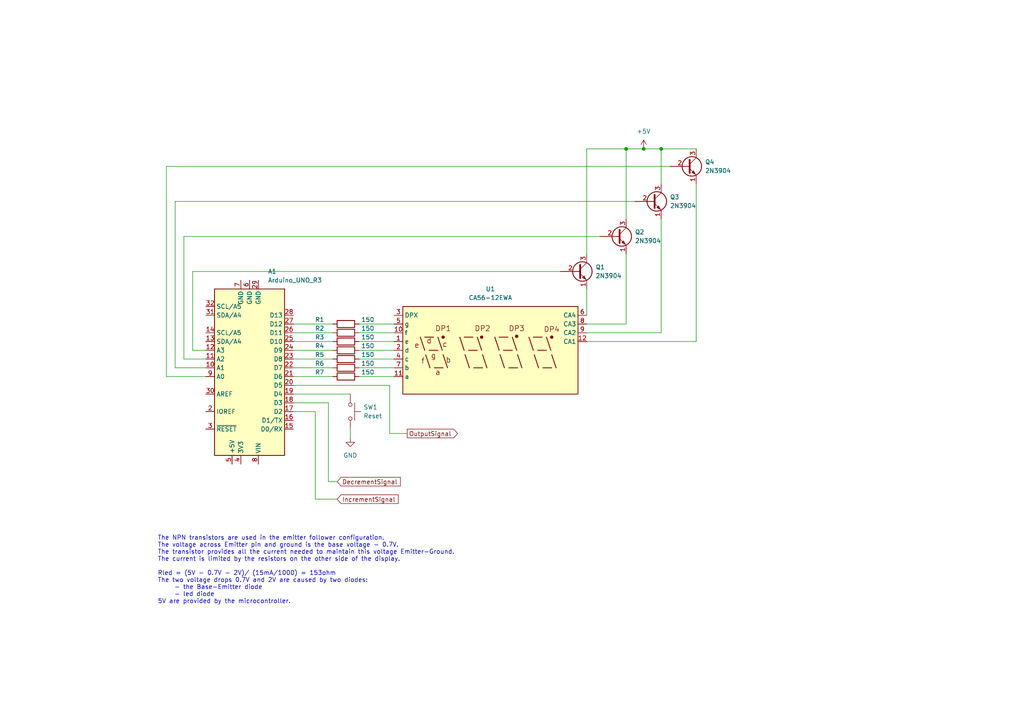
<source format=kicad_sch>
(kicad_sch (version 20211123) (generator eeschema)
  (paper "A4")
  (title_block (title "ValiDisplay2") (date "2022-09-29") (rev "1") (company "Aeindus"))
  (lib_symbols
    (symbol "Device:R" (pin_numbers hide) (pin_names (offset 0))
      (property "Reference" "R" (at 2.032 0 90))
      (property "Value" "R" (at 0 0 90))
      (symbol "R_0_1"
        (rectangle (start -1.016 -2.54) (end 1.016 2.54) (stroke (width 0.254)))
      )
      (symbol "R_1_1"
        (pin passive line (at 0 3.81 270) (length 1.27) (name "~") (number "1"))
        (pin passive line (at 0 -3.81 90) (length 1.27) (name "~") (number "2"))
      )
    )
    (symbol "Display_Character:CA56-12EWA"
      (property "Reference" "U" (at -24.13 13.97 0))
      (property "Value" "CA56-12EWA" (at 19.05 13.97 0))
      (symbol "CA56-12EWA_0_0"
        (rectangle (start -25.4 12.7) (end 25.4 -12.7) (stroke (width 0.254)) (fill (type background)))
        (polyline (pts (xy -20.32 -3.81) (xy -19.05 0)) (stroke (width 0.254)))
        (polyline (pts (xy -19.05 -3.81) (xy -16.51 -3.81)) (stroke (width 0.254)))
        (polyline (pts (xy -18.796 1.27) (xy -17.526 5.08)) (stroke (width 0.254)))
        (polyline (pts (xy -17.78 0) (xy -15.24 0)) (stroke (width 0.254)))
        (polyline (pts (xy -16.256 5.08) (xy -13.716 5.08)) (stroke (width 0.254)))
        (polyline (pts (xy -15.24 -3.81) (xy -13.97 0)) (stroke (width 0.254)))
        (polyline (pts (xy -13.716 1.27) (xy -12.446 5.08)) (stroke (width 0.254)))
        (polyline (pts (xy -8.89 -3.81) (xy -7.62 0)) (stroke (width 0.254)))
        (polyline (pts (xy -7.62 -3.81) (xy -5.08 -3.81)) (stroke (width 0.254)))
        (polyline (pts (xy -7.366 1.27) (xy -6.096 5.08)) (stroke (width 0.254)))
        (polyline (pts (xy -6.35 0) (xy -3.81 0)) (stroke (width 0.254)))
        (polyline (pts (xy -4.826 5.08) (xy -2.286 5.08)) (stroke (width 0.254)))
        (polyline (pts (xy -3.81 -3.81) (xy -2.54 0)) (stroke (width 0.254)))
        (polyline (pts (xy -2.286 1.27) (xy -1.016 5.08)) (stroke (width 0.254)))
        (polyline (pts (xy 1.27 -3.81) (xy 2.54 0)) (stroke (width 0.254)))
        (polyline (pts (xy 2.54 -3.81) (xy 5.08 -3.81)) (stroke (width 0.254)))
        (polyline (pts (xy 2.794 1.27) (xy 4.064 5.08)) (stroke (width 0.254)))
        (polyline (pts (xy 3.81 0) (xy 6.35 0)) (stroke (width 0.254)))
        (polyline (pts (xy 5.334 5.08) (xy 7.874 5.08)) (stroke (width 0.254)))
        (polyline (pts (xy 6.35 -3.81) (xy 7.62 0)) (stroke (width 0.254)))
        (polyline (pts (xy 7.874 1.27) (xy 9.144 5.08)) (stroke (width 0.254)))
        (polyline (pts (xy 11.176 -3.81) (xy 12.446 0)) (stroke (width 0.254)))
        (polyline (pts (xy 12.446 -3.81) (xy 14.986 -3.81)) (stroke (width 0.254)))
        (polyline (pts (xy 12.7 1.27) (xy 13.97 5.08)) (stroke (width 0.254)))
        (polyline (pts (xy 13.716 0) (xy 16.256 0)) (stroke (width 0.254)))
        (polyline (pts (xy 15.24 5.08) (xy 17.78 5.08)) (stroke (width 0.254)))
        (polyline (pts (xy 16.256 -3.81) (xy 17.526 0)) (stroke (width 0.254)))
        (polyline (pts (xy 17.78 1.27) (xy 19.05 5.08)) (stroke (width 0.254)))
        (text "a" (at -15.24 6.35 0) (effects (font (size 1.524 1.524))))
        (text "b" (at -12.192 2.794 0) (effects (font (size 1.524 1.524))))
        (text "c" (at -13.208 -1.778 0) (effects (font (size 1.524 1.524))))
        (text "d" (at -17.78 -2.794 0) (effects (font (size 1.524 1.524))))
        (text "DP1" (at -13.716 -6.35 0) (effects (font (size 1.524 1.524))))
        (text "DP2" (at -2.286 -6.35 0) (effects (font (size 1.524 1.524))))
        (text "DP3" (at 7.62 -6.35 0) (effects (font (size 1.524 1.524))))
        (text "DP4" (at 17.78 -6.096 0) (effects (font (size 1.524 1.524))))
        (text "e" (at -21.336 -1.524 0) (effects (font (size 1.524 1.524))))
        (text "f" (at -19.558 3.048 0) (effects (font (size 1.524 1.524))))
        (text "g" (at -16.51 1.524 0) (effects (font (size 1.524 1.524))))
      )
      (symbol "CA56-12EWA_0_1"
        (circle (center -13.716 -3.81) (radius 0.3556) (stroke (width 0.254)) (fill (type outline)))
        (circle (center -2.54 -3.81) (radius 0.3556) (stroke (width 0.254)) (fill (type outline)))
      )
      (symbol "CA56-12EWA_1_0"
        (circle (center 7.62 -4.064) (radius 0.3556) (stroke (width 0.254)) (fill (type outline)))
        (circle (center 17.78 -3.81) (radius 0.3556) (stroke (width 0.254)) (fill (type outline)))
      )
      (symbol "CA56-12EWA_1_1"
        (pin input line (at -27.94 -2.54 0) (length 2.54) (name "e") (number "1"))
        (pin input line (at -27.94 -5.08 0) (length 2.54) (name "f") (number "10"))
        (pin input line (at -27.94 7.62 0) (length 2.54) (name "a") (number "11"))
        (pin input line (at 27.94 -2.54 180) (length 2.54) (name "CA1") (number "12"))
        (pin input line (at -27.94 0 0) (length 2.54) (name "d") (number "2"))
        (pin input line (at -27.94 -10.16 0) (length 2.54) (name "DPX") (number "3"))
        (pin input line (at -27.94 2.54 0) (length 2.54) (name "c") (number "4"))
        (pin input line (at -27.94 -7.62 0) (length 2.54) (name "g") (number "5"))
        (pin input line (at 27.94 -10.16 180) (length 2.54) (name "CA4") (number "6"))
        (pin input line (at -27.94 5.08 0) (length 2.54) (name "b") (number "7"))
        (pin input line (at 27.94 -7.62 180) (length 2.54) (name "CA3") (number "8"))
        (pin input line (at 27.94 -5.08 180) (length 2.54) (name "CA2") (number "9"))
      )
    )
    (symbol "MCU_Module:Arduino_UNO_R3"
      (property "Reference" "A" (at -10.16 23.495 0))
      (property "Value" "Arduino_UNO_R3" (at 5.08 -26.67 0))
      (symbol "Arduino_UNO_R3_0_1"
        (rectangle (start -10.16 22.86) (end 10.16 -25.4) (stroke (width 0.254)) (fill (type background)))
      )
      (symbol "Arduino_UNO_R3_1_1"
        (pin no_connect line (at -10.16 -20.32 0) (length 2.54) hide (name "NC") (number "1"))
        (pin bidirectional line (at 12.7 -2.54 180) (length 2.54) (name "A1") (number "10"))
        (pin bidirectional line (at 12.7 -5.08 180) (length 2.54) (name "A2") (number "11"))
        (pin bidirectional line (at 12.7 -7.62 180) (length 2.54) (name "A3") (number "12"))
        (pin bidirectional line (at 12.7 -10.16 180) (length 2.54) (name "SDA/A4") (number "13"))
        (pin bidirectional line (at 12.7 -12.7 180) (length 2.54) (name "SCL/A5") (number "14"))
        (pin bidirectional line (at -12.7 15.24 0) (length 2.54) (name "D0/RX") (number "15"))
        (pin bidirectional line (at -12.7 12.7 0) (length 2.54) (name "D1/TX") (number "16"))
        (pin bidirectional line (at -12.7 10.16 0) (length 2.54) (name "D2") (number "17"))
        (pin bidirectional line (at -12.7 7.62 0) (length 2.54) (name "D3") (number "18"))
        (pin bidirectional line (at -12.7 5.08 0) (length 2.54) (name "D4") (number "19"))
        (pin output line (at 12.7 10.16 180) (length 2.54) (name "IOREF") (number "2"))
        (pin bidirectional line (at -12.7 2.54 0) (length 2.54) (name "D5") (number "20"))
        (pin bidirectional line (at -12.7 0 0) (length 2.54) (name "D6") (number "21"))
        (pin bidirectional line (at -12.7 -2.54 0) (length 2.54) (name "D7") (number "22"))
        (pin bidirectional line (at -12.7 -5.08 0) (length 2.54) (name "D8") (number "23"))
        (pin bidirectional line (at -12.7 -7.62 0) (length 2.54) (name "D9") (number "24"))
        (pin bidirectional line (at -12.7 -10.16 0) (length 2.54) (name "D10") (number "25"))
        (pin bidirectional line (at -12.7 -12.7 0) (length 2.54) (name "D11") (number "26"))
        (pin bidirectional line (at -12.7 -15.24 0) (length 2.54) (name "D12") (number "27"))
        (pin bidirectional line (at -12.7 -17.78 0) (length 2.54) (name "D13") (number "28"))
        (pin power_in line (at -2.54 -27.94 90) (length 2.54) (name "GND") (number "29"))
        (pin input line (at 12.7 15.24 180) (length 2.54) (name "~{RESET}") (number "3"))
        (pin input line (at 12.7 5.08 180) (length 2.54) (name "AREF") (number "30"))
        (pin bidirectional line (at 12.7 -17.78 180) (length 2.54) (name "SDA/A4") (number "31"))
        (pin bidirectional line (at 12.7 -20.32 180) (length 2.54) (name "SCL/A5") (number "32"))
        (pin power_out line (at 2.54 25.4 270) (length 2.54) (name "3V3") (number "4"))
        (pin power_out line (at 5.08 25.4 270) (length 2.54) (name "+5V") (number "5"))
        (pin power_in line (at 0 -27.94 90) (length 2.54) (name "GND") (number "6"))
        (pin power_in line (at 2.54 -27.94 90) (length 2.54) (name "GND") (number "7"))
        (pin power_in line (at -2.54 25.4 270) (length 2.54) (name "VIN") (number "8"))
        (pin bidirectional line (at 12.7 0 180) (length 2.54) (name "A0") (number "9"))
      )
    )
    (symbol "Switch:SW_Push" (pin_numbers hide) (pin_names (offset 1.016) hide)
      (property "Reference" "SW" (at 1.27 2.54 0))
      (property "Value" "SW_Push" (at 0 -1.524 0))
      (symbol "SW_Push_0_1"
        (circle (center -2.032 0) (radius 0.508))
        (polyline (pts (xy 0 1.27) (xy 0 3.048)))
        (polyline (pts (xy 2.54 1.27) (xy -2.54 1.27)))
        (circle (center 2.032 0) (radius 0.508))
        (pin passive line (at -5.08 0 0) (length 2.54) (name "1") (number "1"))
        (pin passive line (at 5.08 0 180) (length 2.54) (name "2") (number "2"))
      )
    )
    (symbol "Transistor_BJT:2N3904" (pin_names (offset 0) hide)
      (property "Reference" "Q" (at 5.08 1.905 0))
      (property "Value" "2N3904" (at 5.08 0 0))
      (symbol "2N3904_0_1"
        (polyline (pts (xy 0.635 0.635) (xy 2.54 2.54)))
        (polyline (pts (xy 0.635 -0.635) (xy 2.54 -2.54) (xy 2.54 -2.54)))
        (polyline (pts (xy 0.635 1.905) (xy 0.635 -1.905) (xy 0.635 -1.905)) (stroke (width 0.508)))
        (polyline (pts (xy 1.27 -1.778) (xy 1.778 -1.27) (xy 2.286 -2.286) (xy 1.27 -1.778) (xy 1.27 -1.778)) (fill (type outline)))
        (circle (center 1.27 0) (radius 2.8194) (stroke (width 0.254)))
      )
      (symbol "2N3904_1_1"
        (pin passive line (at 2.54 -5.08 90) (length 2.54) (name "E") (number "1"))
        (pin passive line (at -5.08 0 0) (length 5.715) (name "B") (number "2"))
        (pin passive line (at 2.54 5.08 270) (length 2.54) (name "C") (number "3"))
      )
    )
    (symbol "power:+5V" (power) (pin_names (offset 0))
      (property "Value" "+5V" (at 0 3.556 0))
      (symbol "+5V_0_1"
        (polyline (pts (xy -0.762 1.27) (xy 0 2.54)))
        (polyline (pts (xy 0 0) (xy 0 2.54)))
        (polyline (pts (xy 0 2.54) (xy 0.762 1.27)))
      )
      (symbol "+5V_1_1"
        (pin power_in line (at 0 0 90) (length 0) hide (name "+5V") (number "1"))
      )
    )
    (symbol "power:GND" (power) (pin_names (offset 0))
      (property "Value" "GND" (at 0 -3.81 0))
      (symbol "GND_0_1"
        (polyline (pts (xy 0 0) (xy 0 -1.27) (xy 1.27 -1.27) (xy 0 -2.54) (xy -1.27 -1.27) (xy 0 -1.27)))
      )
      (symbol "GND_1_1"
        (pin power_in line (at 0 0 270) (length 0) hide (name "GND") (number "1"))
      )
    )
  )
  (junction (at 186.69 43.18))
  (junction (at 181.61 43.18))
  (junction (at 191.77 43.18))
  (wire (pts (xy 184.15 58.42) (xy 50.8 58.42)))
  (wire (pts (xy 55.88 78.74) (xy 55.88 101.6)))
  (wire (pts (xy 104.14 101.6) (xy 114.3 101.6)))
  (wire (pts (xy 191.77 63.5) (xy 191.77 96.52)))
  (wire (pts (xy 85.09 104.14) (xy 96.52 104.14)))
  (wire (pts (xy 113.03 125.73) (xy 118.11 125.73)))
  (wire (pts (xy 162.56 78.74) (xy 55.88 78.74)))
  (wire (pts (xy 85.09 114.3) (xy 101.6 114.3)))
  (wire (pts (xy 85.09 109.22) (xy 96.52 109.22)))
  (wire (pts (xy 101.6 124.46) (xy 101.6 127)))
  (wire (pts (xy 85.09 106.68) (xy 96.52 106.68)))
  (wire (pts (xy 85.09 93.98) (xy 96.52 93.98)))
  (wire (pts (xy 85.09 111.76) (xy 113.03 111.76)))
  (wire (pts (xy 85.09 101.6) (xy 96.52 101.6)))
  (wire (pts (xy 85.09 99.06) (xy 96.52 99.06)))
  (wire (pts (xy 104.14 99.06) (xy 114.3 99.06)))
  (wire (pts (xy 170.18 43.18) (xy 181.61 43.18)))
  (wire (pts (xy 104.14 96.52) (xy 114.3 96.52)))
  (wire (pts (xy 85.09 116.84) (xy 95.25 116.84)))
  (wire (pts (xy 194.31 48.26) (xy 48.26 48.26)))
  (wire (pts (xy 91.44 119.38) (xy 91.44 144.78)))
  (wire (pts (xy 104.14 109.22) (xy 114.3 109.22)))
  (wire (pts (xy 48.26 109.22) (xy 59.69 109.22)))
  (wire (pts (xy 170.18 83.82) (xy 170.18 91.44)))
  (wire (pts (xy 113.03 111.76) (xy 113.03 125.73)))
  (wire (pts (xy 191.77 96.52) (xy 170.18 96.52)))
  (wire (pts (xy 55.88 101.6) (xy 59.69 101.6)))
  (wire (pts (xy 170.18 73.66) (xy 170.18 43.18)))
  (wire (pts (xy 181.61 73.66) (xy 181.61 93.98)))
  (wire (pts (xy 95.25 139.7) (xy 97.79 139.7)))
  (wire (pts (xy 191.77 43.18) (xy 201.93 43.18)))
  (wire (pts (xy 95.25 116.84) (xy 95.25 139.7)))
  (wire (pts (xy 181.61 43.18) (xy 181.61 63.5)))
  (wire (pts (xy 181.61 43.18) (xy 186.69 43.18)))
  (wire (pts (xy 104.14 104.14) (xy 114.3 104.14)))
  (wire (pts (xy 186.69 43.18) (xy 191.77 43.18)))
  (wire (pts (xy 181.61 93.98) (xy 170.18 93.98)))
  (wire (pts (xy 53.34 104.14) (xy 59.69 104.14)))
  (wire (pts (xy 191.77 43.18) (xy 191.77 53.34)))
  (wire (pts (xy 50.8 106.68) (xy 59.69 106.68)))
  (wire (pts (xy 91.44 144.78) (xy 97.79 144.78)))
  (wire (pts (xy 104.14 106.68) (xy 114.3 106.68)))
  (wire (pts (xy 173.99 68.58) (xy 53.34 68.58)))
  (wire (pts (xy 50.8 58.42) (xy 50.8 106.68)))
  (wire (pts (xy 201.93 99.06) (xy 170.18 99.06)))
  (wire (pts (xy 104.14 93.98) (xy 114.3 93.98)))
  (wire (pts (xy 85.09 119.38) (xy 91.44 119.38)))
  (wire (pts (xy 53.34 68.58) (xy 53.34 104.14)))
  (wire (pts (xy 201.93 53.34) (xy 201.93 99.06)))
  (wire (pts (xy 48.26 48.26) (xy 48.26 109.22)))
  (wire (pts (xy 85.09 96.52) (xy 96.52 96.52)))
  (text "The NPN transistors are used in the emitter follower configuration.\nThe voltage across Emitter pin and ground is the base voltage - 0.7V.\nThe transistor provides all the current needed to maintain this voltage Emitter-Ground.\nThe current is limited by the resistors on the other side of the display.\n\nRled = (5V - 0.7V - 2V)/ (15mA/1000) = 153ohm\nThe two voltage drops 0.7V and 2V are caused by two diodes:\n	- the Base-Emitter diode\n	- led diode\n5V are provided by the microcontroller." (at 45.72 175.26 0) (effects (font (size 1.27 1.27)) (justify left bottom)))
  (global_label "IncrementSignal" (shape input) (at 97.79 144.78 0) (property "Intersheet References" "${INTERSHEET_REFS}" (effects hide)))
  (global_label "DecrementSignal" (shape input) (at 97.79 139.7 0) (property "Intersheet References" "${INTERSHEET_REFS}" (effects hide)))
  (global_label "OutputSignal" (shape output) (at 118.11 125.73 0) (property "Intersheet References" "${INTERSHEET_REFS}" (effects hide)))
  (symbol (lib_id "Device:R") (at 100.33 104.14 90) (unit 1)
    (property "Reference" "R5" (at 92.71 102.87 90))
    (property "Value" "150" (at 106.68 102.87 90))
  )
  (symbol (lib_id "Transistor_BJT:2N3904") (at 179.07 68.58 0) (unit 1)
    (property "Reference" "Q2" (at 184.15 67.3099 0) (effects (justify left)))
    (property "Value" "2N3904" (at 184.15 69.8499 0) (effects (justify left)))
    (property "Footprint" "Package_TO_SOT_THT:TO-92_Inline" (effects hide))
    (property "Datasheet" "https://www.onsemi.com/pub/Collateral/2N3903-D.PDF" (effects hide))
  )
  (symbol (lib_id "Display_Character:CA56-12EWA") (at 142.24 101.6 0) (mirror x) (unit 1)
    (property "Reference" "U1" (at 142.24 83.82 0))
    (property "Value" "CA56-12EWA" (at 142.24 86.36 0))
    (property "Footprint" "Display_7Segment:CA56-12EWA" (effects hide))
    (property "Datasheet" "http://www.kingbrightusa.com/images/catalog/SPEC/CA56-12EWA.pdf" (effects hide))
  )
  (symbol (lib_id "Transistor_BJT:2N3904") (at 167.64 78.74 0) (unit 1)
    (property "Reference" "Q1" (at 172.72 77.4699 0) (effects (justify left)))
    (property "Value" "2N3904" (at 172.72 80.0099 0) (effects (justify left)))
    (property "Footprint" "Package_TO_SOT_THT:TO-92_Inline" (effects hide))
    (property "Datasheet" "https://www.onsemi.com/pub/Collateral/2N3903-D.PDF" (effects hide))
  )
  (symbol (lib_id "Device:R") (at 100.33 99.06 90) (unit 1)
    (property "Reference" "R3" (at 92.71 97.79 90))
    (property "Value" "150" (at 106.68 97.79 90))
  )
  (symbol (lib_id "Device:R") (at 100.33 106.68 90) (unit 1)
    (property "Reference" "R6" (at 92.71 105.41 90))
    (property "Value" "150" (at 106.68 105.41 90))
  )
  (symbol (lib_id "Switch:SW_Push") (at 101.6 119.38 270) (unit 1)
    (property "Reference" "SW1" (at 105.41 118.1099 90) (effects (justify left)))
    (property "Value" "Reset" (at 105.41 120.6499 90) (effects (justify left)))
  )
  (symbol (lib_id "Device:R") (at 100.33 96.52 90) (unit 1)
    (property "Reference" "R2" (at 92.71 95.25 90))
    (property "Value" "150" (at 106.68 95.25 90))
  )
  (symbol (lib_id "Device:R") (at 100.33 93.98 90) (unit 1)
    (property "Reference" "R1" (at 92.71 92.71 90))
    (property "Value" "150" (at 106.68 92.71 90))
  )
  (symbol (lib_id "Transistor_BJT:2N3904") (at 189.23 58.42 0) (unit 1)
    (property "Reference" "Q3" (at 194.31 57.1499 0) (effects (justify left)))
    (property "Value" "2N3904" (at 194.31 59.6899 0) (effects (justify left)))
    (property "Footprint" "Package_TO_SOT_THT:TO-92_Inline" (effects hide))
    (property "Datasheet" "https://www.onsemi.com/pub/Collateral/2N3903-D.PDF" (effects hide))
  )
  (symbol (lib_id "power:GND") (at 101.6 127 0) (unit 1)
    (property "Reference" "#PWR01" (effects hide))
    (property "Value" "GND" (at 101.6 132.08 0))
  )
  (symbol (lib_id "MCU_Module:Arduino_UNO_R3") (at 72.39 109.22 180) (unit 1)
    (property "Reference" "A1" (at 77.6987 78.74 0) (effects (justify right)))
    (property "Value" "Arduino_UNO_R3" (at 77.6987 81.28 0) (effects (justify right)))
    (property "Footprint" "Module:Arduino_UNO_R3" (effects hide))
    (property "Datasheet" "https://www.arduino.cc/en/Main/arduinoBoardUno" (effects hide))
  )
  (symbol (lib_id "Transistor_BJT:2N3904") (at 199.39 48.26 0) (unit 1)
    (property "Reference" "Q4" (at 204.47 46.9899 0) (effects (justify left)))
    (property "Value" "2N3904" (at 204.47 49.5299 0) (effects (justify left)))
    (property "Footprint" "Package_TO_SOT_THT:TO-92_Inline" (effects hide))
    (property "Datasheet" "https://www.onsemi.com/pub/Collateral/2N3903-D.PDF" (effects hide))
  )
  (symbol (lib_id "power:+5V") (at 186.69 43.18 0) (unit 1)
    (property "Reference" "#PWR02" (effects hide))
    (property "Value" "+5V" (at 186.69 38.1 0))
  )
  (symbol (lib_id "Device:R") (at 100.33 109.22 90) (unit 1)
    (property "Reference" "R7" (at 92.71 107.95 90))
    (property "Value" "150" (at 106.68 107.95 90))
  )
  (symbol (lib_id "Device:R") (at 100.33 101.6 90) (unit 1)
    (property "Reference" "R4" (at 92.71 100.33 90))
    (property "Value" "150" (at 106.68 100.33 90))
  )
)
</source>
